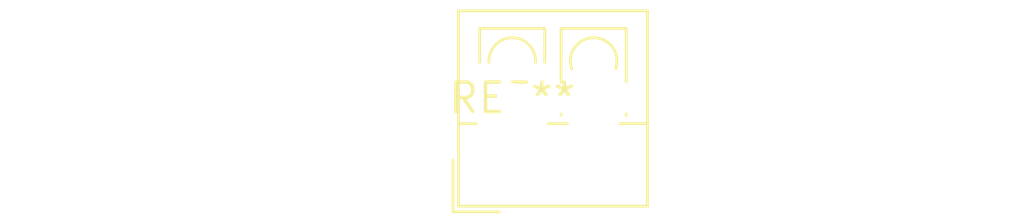
<source format=kicad_pcb>
(kicad_pcb (version 20240108) (generator pcbnew)
  (layers (0 "F.Cu" signal) (31 "B.Cu" signal) (34 "B.Paste" user) (35 "F.Paste" user) (36 "B.SilkS" user "B.Silkscreen") (37 "F.SilkS" user "F.Silkscreen") (38 "B.Mask" user) (39 "F.Mask" user) (44 "Edge.Cuts" user))
  (net 0 "")
  (footprint "TerminalBlock_4Ucon_1x02_P3.50mm_Vertical" (layer "F.Cu") (at 0 0)
    (property "Reference" "REF**")
    (property "Value" "TerminalBlock_4Ucon_1x02_P3.50mm_Vertical")
    (fp_line (start -2.55 2.66) (end -2.55 4.9) (layer "F.SilkS") (stroke (width 0.12)))
    (fp_line (start -2.55 4.9) (end -0.55 4.9) (layer "F.SilkS") (stroke (width 0.12)))
    (fp_line (start -2.31 -3.76) (end -2.31 4.66) (layer "F.SilkS") (stroke (width 0.12)))
    (fp_line (start -2.31 -3.76) (end 5.81 -3.76) (layer "F.SilkS") (stroke (width 0.12)))
    (fp_line (start -2.31 1.101) (end -1.54 1.101) (layer "F.SilkS") (stroke (width 0.12)))
    (fp_line (start -2.31 4.66) (end 5.81 4.66) (layer "F.SilkS") (stroke (width 0.12)))
    (fp_line (start -1.4 -3) (end -1.4 -1.54) (layer "F.SilkS") (stroke (width 0.12)))
    (fp_line (start -1.4 -3) (end 1.4 -3) (layer "F.SilkS") (stroke (width 0.12)))
    (fp_line (start 1.4 -3) (end 1.4 -1.54) (layer "F.SilkS") (stroke (width 0.12)))
    (fp_line (start 1.54 1.101) (end 2.367 1.101) (layer "F.SilkS") (stroke (width 0.12)))
    (fp_line (start 2.1 -3) (end 2.1 -0.689) (layer "F.SilkS") (stroke (width 0.12)))
    (fp_line (start 2.1 -3) (end 4.9 -3) (layer "F.SilkS") (stroke (width 0.12)))
    (fp_line (start 2.1 0.689) (end 2.1 0.75) (layer "F.SilkS") (stroke (width 0.12)))
    (fp_line (start 2.1 0.75) (end 2.101 0.75) (layer "F.SilkS") (stroke (width 0.12)))
    (fp_line (start 4.634 1.101) (end 5.81 1.101) (layer "F.SilkS") (stroke (width 0.12)))
    (fp_line (start 4.9 -3) (end 4.9 -0.689) (layer "F.SilkS") (stroke (width 0.12)))
    (fp_line (start 4.9 0.689) (end 4.9 0.75) (layer "F.SilkS") (stroke (width 0.12)))
    (fp_line (start 4.9 0.75) (end 4.9 0.75) (layer "F.SilkS") (stroke (width 0.12)))
    (fp_line (start 5.81 -3.76) (end 5.81 4.66) (layer "F.SilkS") (stroke (width 0.12)))
    (fp_arc (start -0.99789 -1.529434) (mid -0.000785 -2.600382) (end 0.998 -1.531) (layer "F.SilkS") (stroke (width 0.12)))
    (fp_arc (start 2.560085 -1.257767) (mid 3.499876 -2.600282) (end 4.44 -1.258) (layer "F.SilkS") (stroke (width 0.12)))
    (pad "1" thru_hole rect (at 0 0) (size 2.6 2.6) (drill 1.3) (layers *.Cu *.Mask) (remove_unused_layers))
    (pad "2" thru_hole circle (at 3.5 0) (size 2.6 2.6) (drill 1.3) (layers *.Cu *.Mask) (remove_unused_layers))
  )
)
</source>
